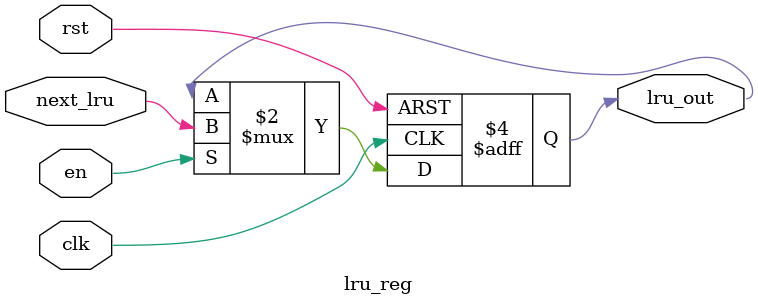
<source format=v>
module lru_reg(
    input  wire clk,
    input  wire rst,
    input  wire en,
    input  wire next_lru,
    output reg  lru_out
);
    always @(posedge clk or posedge rst) begin
        if (rst)
            lru_out <= 1'b0;
        else if (en)
            lru_out <= next_lru;
    end
endmodule

</source>
